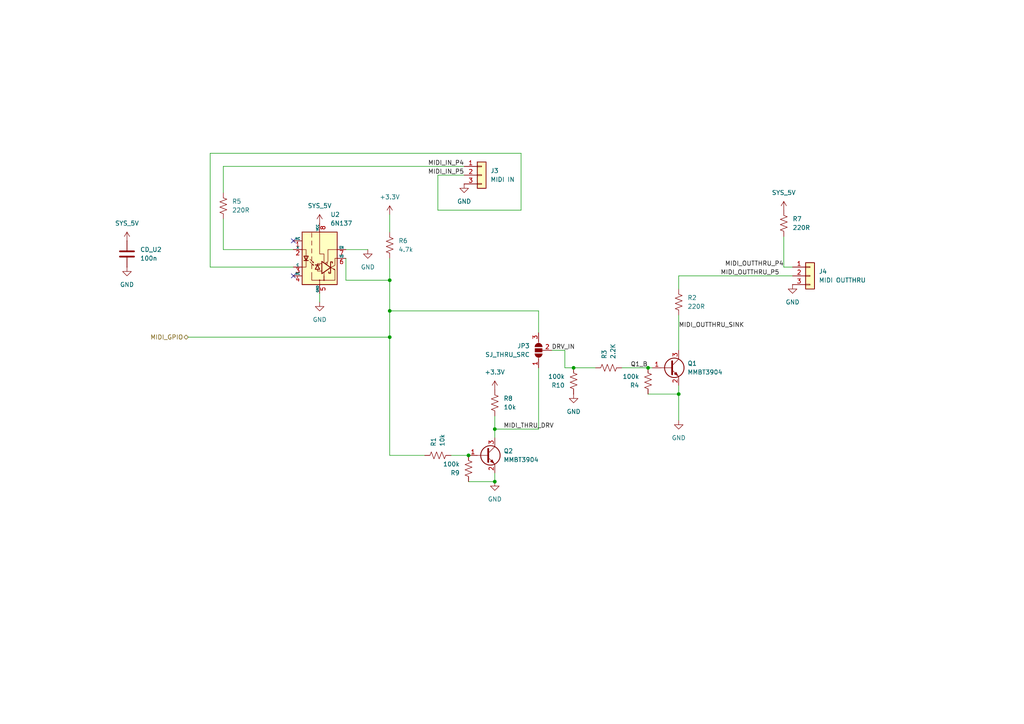
<source format=kicad_sch>
(kicad_sch
	(version 20250114)
	(generator "eeschema")
	(generator_version "9.0")
	(uuid "20eaa017-60bd-4f20-90b7-bb937819abef")
	(paper "A4")
	(lib_symbols
		(symbol "Connector_Generic:Conn_01x03"
			(pin_names
				(offset 1.016)
				(hide yes)
			)
			(exclude_from_sim no)
			(in_bom yes)
			(on_board yes)
			(property "Reference" "J"
				(at 0 5.08 0)
				(effects
					(font
						(size 1.27 1.27)
					)
				)
			)
			(property "Value" "Conn_01x03"
				(at 0 -5.08 0)
				(effects
					(font
						(size 1.27 1.27)
					)
				)
			)
			(property "Footprint" ""
				(at 0 0 0)
				(effects
					(font
						(size 1.27 1.27)
					)
					(hide yes)
				)
			)
			(property "Datasheet" "~"
				(at 0 0 0)
				(effects
					(font
						(size 1.27 1.27)
					)
					(hide yes)
				)
			)
			(property "Description" "Generic connector, single row, 01x03, script generated (kicad-library-utils/schlib/autogen/connector/)"
				(at 0 0 0)
				(effects
					(font
						(size 1.27 1.27)
					)
					(hide yes)
				)
			)
			(property "ki_keywords" "connector"
				(at 0 0 0)
				(effects
					(font
						(size 1.27 1.27)
					)
					(hide yes)
				)
			)
			(property "ki_fp_filters" "Connector*:*_1x??_*"
				(at 0 0 0)
				(effects
					(font
						(size 1.27 1.27)
					)
					(hide yes)
				)
			)
			(symbol "Conn_01x03_1_1"
				(rectangle
					(start -1.27 3.81)
					(end 1.27 -3.81)
					(stroke
						(width 0.254)
						(type default)
					)
					(fill
						(type background)
					)
				)
				(rectangle
					(start -1.27 2.667)
					(end 0 2.413)
					(stroke
						(width 0.1524)
						(type default)
					)
					(fill
						(type none)
					)
				)
				(rectangle
					(start -1.27 0.127)
					(end 0 -0.127)
					(stroke
						(width 0.1524)
						(type default)
					)
					(fill
						(type none)
					)
				)
				(rectangle
					(start -1.27 -2.413)
					(end 0 -2.667)
					(stroke
						(width 0.1524)
						(type default)
					)
					(fill
						(type none)
					)
				)
				(pin passive line
					(at -5.08 2.54 0)
					(length 3.81)
					(name "Pin_1"
						(effects
							(font
								(size 1.27 1.27)
							)
						)
					)
					(number "1"
						(effects
							(font
								(size 1.27 1.27)
							)
						)
					)
				)
				(pin passive line
					(at -5.08 0 0)
					(length 3.81)
					(name "Pin_2"
						(effects
							(font
								(size 1.27 1.27)
							)
						)
					)
					(number "2"
						(effects
							(font
								(size 1.27 1.27)
							)
						)
					)
				)
				(pin passive line
					(at -5.08 -2.54 0)
					(length 3.81)
					(name "Pin_3"
						(effects
							(font
								(size 1.27 1.27)
							)
						)
					)
					(number "3"
						(effects
							(font
								(size 1.27 1.27)
							)
						)
					)
				)
			)
			(embedded_fonts no)
		)
		(symbol "Device:C"
			(pin_numbers
				(hide yes)
			)
			(pin_names
				(offset 0.254)
			)
			(exclude_from_sim no)
			(in_bom yes)
			(on_board yes)
			(property "Reference" "C"
				(at 0.635 2.54 0)
				(effects
					(font
						(size 1.27 1.27)
					)
					(justify left)
				)
			)
			(property "Value" "C"
				(at 0.635 -2.54 0)
				(effects
					(font
						(size 1.27 1.27)
					)
					(justify left)
				)
			)
			(property "Footprint" ""
				(at 0.9652 -3.81 0)
				(effects
					(font
						(size 1.27 1.27)
					)
					(hide yes)
				)
			)
			(property "Datasheet" "~"
				(at 0 0 0)
				(effects
					(font
						(size 1.27 1.27)
					)
					(hide yes)
				)
			)
			(property "Description" "Unpolarized capacitor"
				(at 0 0 0)
				(effects
					(font
						(size 1.27 1.27)
					)
					(hide yes)
				)
			)
			(property "ki_keywords" "cap capacitor"
				(at 0 0 0)
				(effects
					(font
						(size 1.27 1.27)
					)
					(hide yes)
				)
			)
			(property "ki_fp_filters" "C_*"
				(at 0 0 0)
				(effects
					(font
						(size 1.27 1.27)
					)
					(hide yes)
				)
			)
			(symbol "C_0_1"
				(polyline
					(pts
						(xy -2.032 0.762) (xy 2.032 0.762)
					)
					(stroke
						(width 0.508)
						(type default)
					)
					(fill
						(type none)
					)
				)
				(polyline
					(pts
						(xy -2.032 -0.762) (xy 2.032 -0.762)
					)
					(stroke
						(width 0.508)
						(type default)
					)
					(fill
						(type none)
					)
				)
			)
			(symbol "C_1_1"
				(pin passive line
					(at 0 3.81 270)
					(length 2.794)
					(name "~"
						(effects
							(font
								(size 1.27 1.27)
							)
						)
					)
					(number "1"
						(effects
							(font
								(size 1.27 1.27)
							)
						)
					)
				)
				(pin passive line
					(at 0 -3.81 90)
					(length 2.794)
					(name "~"
						(effects
							(font
								(size 1.27 1.27)
							)
						)
					)
					(number "2"
						(effects
							(font
								(size 1.27 1.27)
							)
						)
					)
				)
			)
			(embedded_fonts no)
		)
		(symbol "Device:R_US"
			(pin_numbers
				(hide yes)
			)
			(pin_names
				(offset 0)
			)
			(exclude_from_sim no)
			(in_bom yes)
			(on_board yes)
			(property "Reference" "R"
				(at 2.54 0 90)
				(effects
					(font
						(size 1.27 1.27)
					)
				)
			)
			(property "Value" "R_US"
				(at -2.54 0 90)
				(effects
					(font
						(size 1.27 1.27)
					)
				)
			)
			(property "Footprint" ""
				(at 1.016 -0.254 90)
				(effects
					(font
						(size 1.27 1.27)
					)
					(hide yes)
				)
			)
			(property "Datasheet" "~"
				(at 0 0 0)
				(effects
					(font
						(size 1.27 1.27)
					)
					(hide yes)
				)
			)
			(property "Description" "Resistor, US symbol"
				(at 0 0 0)
				(effects
					(font
						(size 1.27 1.27)
					)
					(hide yes)
				)
			)
			(property "ki_keywords" "R res resistor"
				(at 0 0 0)
				(effects
					(font
						(size 1.27 1.27)
					)
					(hide yes)
				)
			)
			(property "ki_fp_filters" "R_*"
				(at 0 0 0)
				(effects
					(font
						(size 1.27 1.27)
					)
					(hide yes)
				)
			)
			(symbol "R_US_0_1"
				(polyline
					(pts
						(xy 0 2.286) (xy 0 2.54)
					)
					(stroke
						(width 0)
						(type default)
					)
					(fill
						(type none)
					)
				)
				(polyline
					(pts
						(xy 0 2.286) (xy 1.016 1.905) (xy 0 1.524) (xy -1.016 1.143) (xy 0 0.762)
					)
					(stroke
						(width 0)
						(type default)
					)
					(fill
						(type none)
					)
				)
				(polyline
					(pts
						(xy 0 0.762) (xy 1.016 0.381) (xy 0 0) (xy -1.016 -0.381) (xy 0 -0.762)
					)
					(stroke
						(width 0)
						(type default)
					)
					(fill
						(type none)
					)
				)
				(polyline
					(pts
						(xy 0 -0.762) (xy 1.016 -1.143) (xy 0 -1.524) (xy -1.016 -1.905) (xy 0 -2.286)
					)
					(stroke
						(width 0)
						(type default)
					)
					(fill
						(type none)
					)
				)
				(polyline
					(pts
						(xy 0 -2.286) (xy 0 -2.54)
					)
					(stroke
						(width 0)
						(type default)
					)
					(fill
						(type none)
					)
				)
			)
			(symbol "R_US_1_1"
				(pin passive line
					(at 0 3.81 270)
					(length 1.27)
					(name "~"
						(effects
							(font
								(size 1.27 1.27)
							)
						)
					)
					(number "1"
						(effects
							(font
								(size 1.27 1.27)
							)
						)
					)
				)
				(pin passive line
					(at 0 -3.81 90)
					(length 1.27)
					(name "~"
						(effects
							(font
								(size 1.27 1.27)
							)
						)
					)
					(number "2"
						(effects
							(font
								(size 1.27 1.27)
							)
						)
					)
				)
			)
			(embedded_fonts no)
		)
		(symbol "Isolator:6N137"
			(pin_names
				(offset 0)
			)
			(exclude_from_sim no)
			(in_bom yes)
			(on_board yes)
			(property "Reference" "U"
				(at -4.064 8.89 0)
				(effects
					(font
						(size 1.27 1.27)
					)
				)
			)
			(property "Value" "6N137"
				(at 0 -8.89 0)
				(effects
					(font
						(size 1.27 1.27)
					)
				)
			)
			(property "Footprint" "Package_DIP:DIP-8_W7.62mm"
				(at 0 -12.7 0)
				(effects
					(font
						(size 1.27 1.27)
					)
					(hide yes)
				)
			)
			(property "Datasheet" "https://docs.broadcom.com/docs/AV02-0940EN"
				(at -21.59 13.97 0)
				(effects
					(font
						(size 1.27 1.27)
					)
					(hide yes)
				)
			)
			(property "Description" "Single High Speed LSTTL/TTL Compatible Optocoupler with enable, dV/dt 1000/us, VCM 10, max 7V VCC, DIP-8"
				(at 0 0 0)
				(effects
					(font
						(size 1.27 1.27)
					)
					(hide yes)
				)
			)
			(property "ki_keywords" "High speed optically coupled gates enable"
				(at 0 0 0)
				(effects
					(font
						(size 1.27 1.27)
					)
					(hide yes)
				)
			)
			(property "ki_fp_filters" "DIP*W7.62mm*"
				(at 0 0 0)
				(effects
					(font
						(size 1.27 1.27)
					)
					(hide yes)
				)
			)
			(symbol "6N137_0_1"
				(polyline
					(pts
						(xy -5.08 -2.54) (xy -3.937 -2.54) (xy -3.937 2.54) (xy -5.08 2.54)
					)
					(stroke
						(width 0)
						(type default)
					)
					(fill
						(type none)
					)
				)
				(polyline
					(pts
						(xy -2.794 -0.254) (xy -1.717 -1.331) (xy -2.076 -1.152) (xy -1.896 -0.972) (xy -1.717 -1.331)
					)
					(stroke
						(width 0)
						(type default)
					)
					(fill
						(type none)
					)
				)
				(polyline
					(pts
						(xy -2.794 -1.016) (xy -1.717 -2.093) (xy -2.076 -1.914) (xy -1.896 -1.734) (xy -1.717 -2.093)
					)
					(stroke
						(width 0)
						(type default)
					)
					(fill
						(type none)
					)
				)
				(polyline
					(pts
						(xy 0 -6.35) (xy -2.286 -6.35) (xy -2.286 -4.064)
					)
					(stroke
						(width 0)
						(type default)
					)
					(fill
						(type none)
					)
				)
				(polyline
					(pts
						(xy 1.27 -5.08) (xy 1.27 -6.35) (xy 0 -6.35) (xy 0 -7.62)
					)
					(stroke
						(width 0)
						(type default)
					)
					(fill
						(type none)
					)
				)
				(polyline
					(pts
						(xy 3.175 -2.667) (xy 0.635 -4.445) (xy 0.635 -0.889) (xy 3.175 -2.667)
					)
					(stroke
						(width 0.254)
						(type default)
					)
					(fill
						(type none)
					)
				)
			)
			(symbol "6N137_1_1"
				(rectangle
					(start -5.08 7.62)
					(end 5.08 -7.62)
					(stroke
						(width 0.254)
						(type default)
					)
					(fill
						(type background)
					)
				)
				(polyline
					(pts
						(xy -4.572 -0.635) (xy -3.302 -0.635)
					)
					(stroke
						(width 0.254)
						(type default)
					)
					(fill
						(type none)
					)
				)
				(polyline
					(pts
						(xy -3.937 -0.635) (xy -4.572 0.635) (xy -3.302 0.635) (xy -3.937 -0.635)
					)
					(stroke
						(width 0.254)
						(type default)
					)
					(fill
						(type none)
					)
				)
				(polyline
					(pts
						(xy -2.286 7.366) (xy -2.286 6.096)
					)
					(stroke
						(width 0)
						(type default)
					)
					(fill
						(type none)
					)
				)
				(polyline
					(pts
						(xy -2.286 5.08) (xy -2.286 3.81)
					)
					(stroke
						(width 0)
						(type default)
					)
					(fill
						(type none)
					)
				)
				(polyline
					(pts
						(xy -2.286 2.794) (xy -2.286 1.524)
					)
					(stroke
						(width 0)
						(type default)
					)
					(fill
						(type none)
					)
				)
				(polyline
					(pts
						(xy -2.286 0.508) (xy -2.286 -0.762)
					)
					(stroke
						(width 0)
						(type default)
					)
					(fill
						(type none)
					)
				)
				(polyline
					(pts
						(xy -2.286 -1.778) (xy -2.286 -3.048)
					)
					(stroke
						(width 0)
						(type default)
					)
					(fill
						(type none)
					)
				)
				(polyline
					(pts
						(xy -1.27 -1.905) (xy 0 -1.905)
					)
					(stroke
						(width 0.254)
						(type default)
					)
					(fill
						(type none)
					)
				)
				(polyline
					(pts
						(xy -0.635 -1.905) (xy -0.635 -1.524) (xy 0.508 -1.524)
					)
					(stroke
						(width 0)
						(type default)
					)
					(fill
						(type none)
					)
				)
				(polyline
					(pts
						(xy -0.635 -1.905) (xy -1.27 -3.175) (xy 0 -3.175) (xy -0.635 -1.905)
					)
					(stroke
						(width 0.254)
						(type default)
					)
					(fill
						(type none)
					)
				)
				(polyline
					(pts
						(xy -0.635 -3.302) (xy -0.635 -3.683) (xy 0.635 -3.683)
					)
					(stroke
						(width 0)
						(type default)
					)
					(fill
						(type none)
					)
				)
				(circle
					(center 0 -6.35)
					(radius 0.127)
					(stroke
						(width 0)
						(type default)
					)
					(fill
						(type outline)
					)
				)
				(polyline
					(pts
						(xy 1.27 -1.27) (xy 1.27 1.27) (xy 0 1.27) (xy 0 7.62)
					)
					(stroke
						(width 0)
						(type default)
					)
					(fill
						(type none)
					)
				)
				(polyline
					(pts
						(xy 1.27 -4.064) (xy 1.27 -6.35) (xy 4.445 -6.35)
					)
					(stroke
						(width 0)
						(type default)
					)
					(fill
						(type none)
					)
				)
				(circle
					(center 1.27 -6.35)
					(radius 0.127)
					(stroke
						(width 0)
						(type default)
					)
					(fill
						(type outline)
					)
				)
				(circle
					(center 2.032 -1.397)
					(radius 0.254)
					(stroke
						(width 0)
						(type default)
					)
					(fill
						(type none)
					)
				)
				(polyline
					(pts
						(xy 2.1844 -1.1684) (xy 2.413 -0.889) (xy 2.413 2.54) (xy 5.08 2.54)
					)
					(stroke
						(width 0)
						(type default)
					)
					(fill
						(type none)
					)
				)
				(polyline
					(pts
						(xy 3.175 -2.667) (xy 4.445 -3.302) (xy 4.445 -6.35)
					)
					(stroke
						(width 0)
						(type default)
					)
					(fill
						(type none)
					)
				)
				(polyline
					(pts
						(xy 3.175 -2.667) (xy 3.175 -1.016) (xy 3.683 -1.016) (xy 3.683 -1.397)
					)
					(stroke
						(width 0.254)
						(type default)
					)
					(fill
						(type none)
					)
				)
				(polyline
					(pts
						(xy 3.175 -2.667) (xy 3.175 -4.318) (xy 2.667 -4.318) (xy 2.667 -3.937)
					)
					(stroke
						(width 0.254)
						(type default)
					)
					(fill
						(type none)
					)
				)
				(polyline
					(pts
						(xy 3.175 -2.667) (xy 4.445 -2.032) (xy 4.445 0) (xy 5.08 0)
					)
					(stroke
						(width 0)
						(type default)
					)
					(fill
						(type none)
					)
				)
				(polyline
					(pts
						(xy 4.445 -3.302) (xy 4.161 -3.018) (xy 4.047 -3.246) (xy 4.445 -3.302)
					)
					(stroke
						(width 0.127)
						(type default)
					)
					(fill
						(type outline)
					)
				)
				(pin passive line
					(at -7.62 5.08 0)
					(length 2.54)
					(name "NC"
						(effects
							(font
								(size 0.635 0.635)
							)
						)
					)
					(number "1"
						(effects
							(font
								(size 1.27 1.27)
							)
						)
					)
				)
				(pin passive line
					(at -7.62 2.54 0)
					(length 2.54)
					(name "A"
						(effects
							(font
								(size 0.635 0.635)
							)
						)
					)
					(number "2"
						(effects
							(font
								(size 1.27 1.27)
							)
						)
					)
				)
				(pin passive line
					(at -7.62 -2.54 0)
					(length 2.54)
					(name "C"
						(effects
							(font
								(size 0.635 0.635)
							)
						)
					)
					(number "3"
						(effects
							(font
								(size 1.27 1.27)
							)
						)
					)
				)
				(pin passive line
					(at -7.62 -5.08 0)
					(length 2.54)
					(name "NC"
						(effects
							(font
								(size 0.635 0.635)
							)
						)
					)
					(number "4"
						(effects
							(font
								(size 1.27 1.27)
							)
						)
					)
				)
				(pin power_in line
					(at 0 10.16 270)
					(length 2.54)
					(name "VCC"
						(effects
							(font
								(size 0.635 0.635)
							)
						)
					)
					(number "8"
						(effects
							(font
								(size 1.27 1.27)
							)
						)
					)
				)
				(pin power_in line
					(at 0 -10.16 90)
					(length 2.54)
					(name "GND"
						(effects
							(font
								(size 0.635 0.635)
							)
						)
					)
					(number "5"
						(effects
							(font
								(size 1.27 1.27)
							)
						)
					)
				)
				(pin input line
					(at 7.62 2.54 180)
					(length 2.54)
					(name "EN"
						(effects
							(font
								(size 0.635 0.635)
							)
						)
					)
					(number "7"
						(effects
							(font
								(size 1.27 1.27)
							)
						)
					)
				)
				(pin open_collector line
					(at 7.62 0 180)
					(length 2.54)
					(name "VO"
						(effects
							(font
								(size 0.635 0.635)
							)
						)
					)
					(number "6"
						(effects
							(font
								(size 1.27 1.27)
							)
						)
					)
				)
			)
			(embedded_fonts no)
		)
		(symbol "Jumper:SolderJumper_3_Open"
			(pin_names
				(offset 0)
				(hide yes)
			)
			(exclude_from_sim no)
			(in_bom no)
			(on_board yes)
			(property "Reference" "JP"
				(at -2.54 -2.54 0)
				(effects
					(font
						(size 1.27 1.27)
					)
				)
			)
			(property "Value" "SolderJumper_3_Open"
				(at 0 2.794 0)
				(effects
					(font
						(size 1.27 1.27)
					)
				)
			)
			(property "Footprint" ""
				(at 0 0 0)
				(effects
					(font
						(size 1.27 1.27)
					)
					(hide yes)
				)
			)
			(property "Datasheet" "~"
				(at 0 0 0)
				(effects
					(font
						(size 1.27 1.27)
					)
					(hide yes)
				)
			)
			(property "Description" "Solder Jumper, 3-pole, open"
				(at 0 0 0)
				(effects
					(font
						(size 1.27 1.27)
					)
					(hide yes)
				)
			)
			(property "ki_keywords" "Solder Jumper SPDT"
				(at 0 0 0)
				(effects
					(font
						(size 1.27 1.27)
					)
					(hide yes)
				)
			)
			(property "ki_fp_filters" "SolderJumper*Open*"
				(at 0 0 0)
				(effects
					(font
						(size 1.27 1.27)
					)
					(hide yes)
				)
			)
			(symbol "SolderJumper_3_Open_0_1"
				(polyline
					(pts
						(xy -2.54 0) (xy -2.032 0)
					)
					(stroke
						(width 0)
						(type default)
					)
					(fill
						(type none)
					)
				)
				(polyline
					(pts
						(xy -1.016 1.016) (xy -1.016 -1.016)
					)
					(stroke
						(width 0)
						(type default)
					)
					(fill
						(type none)
					)
				)
				(arc
					(start -1.016 -1.016)
					(mid -2.0276 0)
					(end -1.016 1.016)
					(stroke
						(width 0)
						(type default)
					)
					(fill
						(type none)
					)
				)
				(arc
					(start -1.016 -1.016)
					(mid -2.0276 0)
					(end -1.016 1.016)
					(stroke
						(width 0)
						(type default)
					)
					(fill
						(type outline)
					)
				)
				(rectangle
					(start -0.508 1.016)
					(end 0.508 -1.016)
					(stroke
						(width 0)
						(type default)
					)
					(fill
						(type outline)
					)
				)
				(polyline
					(pts
						(xy 0 -1.27) (xy 0 -1.016)
					)
					(stroke
						(width 0)
						(type default)
					)
					(fill
						(type none)
					)
				)
				(arc
					(start 1.016 1.016)
					(mid 2.0276 0)
					(end 1.016 -1.016)
					(stroke
						(width 0)
						(type default)
					)
					(fill
						(type none)
					)
				)
				(arc
					(start 1.016 1.016)
					(mid 2.0276 0)
					(end 1.016 -1.016)
					(stroke
						(width 0)
						(type default)
					)
					(fill
						(type outline)
					)
				)
				(polyline
					(pts
						(xy 1.016 1.016) (xy 1.016 -1.016)
					)
					(stroke
						(width 0)
						(type default)
					)
					(fill
						(type none)
					)
				)
				(polyline
					(pts
						(xy 2.54 0) (xy 2.032 0)
					)
					(stroke
						(width 0)
						(type default)
					)
					(fill
						(type none)
					)
				)
			)
			(symbol "SolderJumper_3_Open_1_1"
				(pin passive line
					(at -5.08 0 0)
					(length 2.54)
					(name "A"
						(effects
							(font
								(size 1.27 1.27)
							)
						)
					)
					(number "1"
						(effects
							(font
								(size 1.27 1.27)
							)
						)
					)
				)
				(pin passive line
					(at 0 -3.81 90)
					(length 2.54)
					(name "C"
						(effects
							(font
								(size 1.27 1.27)
							)
						)
					)
					(number "2"
						(effects
							(font
								(size 1.27 1.27)
							)
						)
					)
				)
				(pin passive line
					(at 5.08 0 180)
					(length 2.54)
					(name "B"
						(effects
							(font
								(size 1.27 1.27)
							)
						)
					)
					(number "3"
						(effects
							(font
								(size 1.27 1.27)
							)
						)
					)
				)
			)
			(embedded_fonts no)
		)
		(symbol "Transistor_BJT:MMBT3904"
			(pin_names
				(offset 0)
				(hide yes)
			)
			(exclude_from_sim no)
			(in_bom yes)
			(on_board yes)
			(property "Reference" "Q"
				(at 5.08 1.905 0)
				(effects
					(font
						(size 1.27 1.27)
					)
					(justify left)
				)
			)
			(property "Value" "MMBT3904"
				(at 5.08 0 0)
				(effects
					(font
						(size 1.27 1.27)
					)
					(justify left)
				)
			)
			(property "Footprint" "Package_TO_SOT_SMD:SOT-23"
				(at 5.08 -1.905 0)
				(effects
					(font
						(size 1.27 1.27)
						(italic yes)
					)
					(justify left)
					(hide yes)
				)
			)
			(property "Datasheet" "https://www.onsemi.com/pdf/datasheet/pzt3904-d.pdf"
				(at 0 0 0)
				(effects
					(font
						(size 1.27 1.27)
					)
					(justify left)
					(hide yes)
				)
			)
			(property "Description" "0.2A Ic, 40V Vce, Small Signal NPN Transistor, SOT-23"
				(at 0 0 0)
				(effects
					(font
						(size 1.27 1.27)
					)
					(hide yes)
				)
			)
			(property "ki_keywords" "NPN Transistor"
				(at 0 0 0)
				(effects
					(font
						(size 1.27 1.27)
					)
					(hide yes)
				)
			)
			(property "ki_fp_filters" "SOT?23*"
				(at 0 0 0)
				(effects
					(font
						(size 1.27 1.27)
					)
					(hide yes)
				)
			)
			(symbol "MMBT3904_0_1"
				(polyline
					(pts
						(xy -2.54 0) (xy 0.635 0)
					)
					(stroke
						(width 0)
						(type default)
					)
					(fill
						(type none)
					)
				)
				(polyline
					(pts
						(xy 0.635 1.905) (xy 0.635 -1.905)
					)
					(stroke
						(width 0.508)
						(type default)
					)
					(fill
						(type none)
					)
				)
				(circle
					(center 1.27 0)
					(radius 2.8194)
					(stroke
						(width 0.254)
						(type default)
					)
					(fill
						(type none)
					)
				)
			)
			(symbol "MMBT3904_1_1"
				(polyline
					(pts
						(xy 0.635 0.635) (xy 2.54 2.54)
					)
					(stroke
						(width 0)
						(type default)
					)
					(fill
						(type none)
					)
				)
				(polyline
					(pts
						(xy 0.635 -0.635) (xy 2.54 -2.54)
					)
					(stroke
						(width 0)
						(type default)
					)
					(fill
						(type none)
					)
				)
				(polyline
					(pts
						(xy 1.27 -1.778) (xy 1.778 -1.27) (xy 2.286 -2.286) (xy 1.27 -1.778)
					)
					(stroke
						(width 0)
						(type default)
					)
					(fill
						(type outline)
					)
				)
				(pin input line
					(at -5.08 0 0)
					(length 2.54)
					(name "B"
						(effects
							(font
								(size 1.27 1.27)
							)
						)
					)
					(number "1"
						(effects
							(font
								(size 1.27 1.27)
							)
						)
					)
				)
				(pin passive line
					(at 2.54 5.08 270)
					(length 2.54)
					(name "C"
						(effects
							(font
								(size 1.27 1.27)
							)
						)
					)
					(number "3"
						(effects
							(font
								(size 1.27 1.27)
							)
						)
					)
				)
				(pin passive line
					(at 2.54 -5.08 90)
					(length 2.54)
					(name "E"
						(effects
							(font
								(size 1.27 1.27)
							)
						)
					)
					(number "2"
						(effects
							(font
								(size 1.27 1.27)
							)
						)
					)
				)
			)
			(embedded_fonts no)
		)
		(symbol "power:+3.3V"
			(power)
			(pin_numbers
				(hide yes)
			)
			(pin_names
				(offset 0)
				(hide yes)
			)
			(exclude_from_sim no)
			(in_bom yes)
			(on_board yes)
			(property "Reference" "#PWR"
				(at 0 -3.81 0)
				(effects
					(font
						(size 1.27 1.27)
					)
					(hide yes)
				)
			)
			(property "Value" "+3.3V"
				(at 0 3.556 0)
				(effects
					(font
						(size 1.27 1.27)
					)
				)
			)
			(property "Footprint" ""
				(at 0 0 0)
				(effects
					(font
						(size 1.27 1.27)
					)
					(hide yes)
				)
			)
			(property "Datasheet" ""
				(at 0 0 0)
				(effects
					(font
						(size 1.27 1.27)
					)
					(hide yes)
				)
			)
			(property "Description" "Power symbol creates a global label with name \"+3.3V\""
				(at 0 0 0)
				(effects
					(font
						(size 1.27 1.27)
					)
					(hide yes)
				)
			)
			(property "ki_keywords" "global power"
				(at 0 0 0)
				(effects
					(font
						(size 1.27 1.27)
					)
					(hide yes)
				)
			)
			(symbol "+3.3V_0_1"
				(polyline
					(pts
						(xy -0.762 1.27) (xy 0 2.54)
					)
					(stroke
						(width 0)
						(type default)
					)
					(fill
						(type none)
					)
				)
				(polyline
					(pts
						(xy 0 2.54) (xy 0.762 1.27)
					)
					(stroke
						(width 0)
						(type default)
					)
					(fill
						(type none)
					)
				)
				(polyline
					(pts
						(xy 0 0) (xy 0 2.54)
					)
					(stroke
						(width 0)
						(type default)
					)
					(fill
						(type none)
					)
				)
			)
			(symbol "+3.3V_1_1"
				(pin power_in line
					(at 0 0 90)
					(length 0)
					(name "~"
						(effects
							(font
								(size 1.27 1.27)
							)
						)
					)
					(number "1"
						(effects
							(font
								(size 1.27 1.27)
							)
						)
					)
				)
			)
			(embedded_fonts no)
		)
		(symbol "power:+5V"
			(power)
			(pin_numbers
				(hide yes)
			)
			(pin_names
				(offset 0)
				(hide yes)
			)
			(exclude_from_sim no)
			(in_bom yes)
			(on_board yes)
			(property "Reference" "#PWR"
				(at 0 -3.81 0)
				(effects
					(font
						(size 1.27 1.27)
					)
					(hide yes)
				)
			)
			(property "Value" "+5V"
				(at 0 3.556 0)
				(effects
					(font
						(size 1.27 1.27)
					)
				)
			)
			(property "Footprint" ""
				(at 0 0 0)
				(effects
					(font
						(size 1.27 1.27)
					)
					(hide yes)
				)
			)
			(property "Datasheet" ""
				(at 0 0 0)
				(effects
					(font
						(size 1.27 1.27)
					)
					(hide yes)
				)
			)
			(property "Description" "Power symbol creates a global label with name \"+5V\""
				(at 0 0 0)
				(effects
					(font
						(size 1.27 1.27)
					)
					(hide yes)
				)
			)
			(property "ki_keywords" "global power"
				(at 0 0 0)
				(effects
					(font
						(size 1.27 1.27)
					)
					(hide yes)
				)
			)
			(symbol "+5V_0_1"
				(polyline
					(pts
						(xy -0.762 1.27) (xy 0 2.54)
					)
					(stroke
						(width 0)
						(type default)
					)
					(fill
						(type none)
					)
				)
				(polyline
					(pts
						(xy 0 2.54) (xy 0.762 1.27)
					)
					(stroke
						(width 0)
						(type default)
					)
					(fill
						(type none)
					)
				)
				(polyline
					(pts
						(xy 0 0) (xy 0 2.54)
					)
					(stroke
						(width 0)
						(type default)
					)
					(fill
						(type none)
					)
				)
			)
			(symbol "+5V_1_1"
				(pin power_in line
					(at 0 0 90)
					(length 0)
					(name "~"
						(effects
							(font
								(size 1.27 1.27)
							)
						)
					)
					(number "1"
						(effects
							(font
								(size 1.27 1.27)
							)
						)
					)
				)
			)
			(embedded_fonts no)
		)
		(symbol "power:GND"
			(power)
			(pin_numbers
				(hide yes)
			)
			(pin_names
				(offset 0)
				(hide yes)
			)
			(exclude_from_sim no)
			(in_bom yes)
			(on_board yes)
			(property "Reference" "#PWR"
				(at 0 -6.35 0)
				(effects
					(font
						(size 1.27 1.27)
					)
					(hide yes)
				)
			)
			(property "Value" "GND"
				(at 0 -3.81 0)
				(effects
					(font
						(size 1.27 1.27)
					)
				)
			)
			(property "Footprint" ""
				(at 0 0 0)
				(effects
					(font
						(size 1.27 1.27)
					)
					(hide yes)
				)
			)
			(property "Datasheet" ""
				(at 0 0 0)
				(effects
					(font
						(size 1.27 1.27)
					)
					(hide yes)
				)
			)
			(property "Description" "Power symbol creates a global label with name \"GND\" , ground"
				(at 0 0 0)
				(effects
					(font
						(size 1.27 1.27)
					)
					(hide yes)
				)
			)
			(property "ki_keywords" "global power"
				(at 0 0 0)
				(effects
					(font
						(size 1.27 1.27)
					)
					(hide yes)
				)
			)
			(symbol "GND_0_1"
				(polyline
					(pts
						(xy 0 0) (xy 0 -1.27) (xy 1.27 -1.27) (xy 0 -2.54) (xy -1.27 -1.27) (xy 0 -1.27)
					)
					(stroke
						(width 0)
						(type default)
					)
					(fill
						(type none)
					)
				)
			)
			(symbol "GND_1_1"
				(pin power_in line
					(at 0 0 270)
					(length 0)
					(name "~"
						(effects
							(font
								(size 1.27 1.27)
							)
						)
					)
					(number "1"
						(effects
							(font
								(size 1.27 1.27)
							)
						)
					)
				)
			)
			(embedded_fonts no)
		)
	)
	(junction
		(at 166.37 106.68)
		(diameter 0)
		(color 0 0 0 0)
		(uuid "1fa9e2da-3249-40a4-804a-7260e58d2a1a")
	)
	(junction
		(at 143.51 139.7)
		(diameter 0)
		(color 0 0 0 0)
		(uuid "3f598423-f19b-4230-b854-072559618866")
	)
	(junction
		(at 196.85 114.3)
		(diameter 0)
		(color 0 0 0 0)
		(uuid "4246c668-f6cb-4679-8b57-94db7b87cf29")
	)
	(junction
		(at 143.51 124.46)
		(diameter 0)
		(color 0 0 0 0)
		(uuid "4ab1d274-9822-41cd-8c13-8b60d661acdb")
	)
	(junction
		(at 113.03 81.28)
		(diameter 0)
		(color 0 0 0 0)
		(uuid "ebee5f2b-7b1d-4fef-8e37-d36aaab67fed")
	)
	(junction
		(at 135.89 132.08)
		(diameter 0)
		(color 0 0 0 0)
		(uuid "ee12cf76-10e1-4201-a10e-e19e74c9cf6f")
	)
	(junction
		(at 113.03 90.17)
		(diameter 0)
		(color 0 0 0 0)
		(uuid "f1ff838d-60fd-4a97-a377-78aadb902a50")
	)
	(junction
		(at 113.03 97.79)
		(diameter 0)
		(color 0 0 0 0)
		(uuid "f7db9628-0fab-454d-8c53-4b6bb3757979")
	)
	(junction
		(at 187.96 106.68)
		(diameter 0)
		(color 0 0 0 0)
		(uuid "fbd4992c-a9ff-42db-903d-b268696c9ffb")
	)
	(no_connect
		(at 85.09 69.85)
		(uuid "9ffd5073-9964-41b0-9401-3c7caa47c857")
	)
	(no_connect
		(at 85.09 80.01)
		(uuid "c1448580-fb0b-4594-aae8-049a5a45c3f1")
	)
	(wire
		(pts
			(xy 113.03 90.17) (xy 156.21 90.17)
		)
		(stroke
			(width 0)
			(type default)
		)
		(uuid "00ad86aa-ea77-4277-8353-2225251ad8c3")
	)
	(wire
		(pts
			(xy 196.85 80.01) (xy 196.85 83.82)
		)
		(stroke
			(width 0)
			(type default)
		)
		(uuid "21e13190-ab74-49a7-9bd3-c89946ba2f7d")
	)
	(wire
		(pts
			(xy 113.03 62.23) (xy 113.03 67.31)
		)
		(stroke
			(width 0)
			(type default)
		)
		(uuid "2d429186-d5d7-4308-baca-637a817edd02")
	)
	(wire
		(pts
			(xy 64.77 55.88) (xy 64.77 48.26)
		)
		(stroke
			(width 0)
			(type default)
		)
		(uuid "33c4c99c-b3ac-4fef-8d23-70bcc1c55918")
	)
	(wire
		(pts
			(xy 143.51 124.46) (xy 156.21 124.46)
		)
		(stroke
			(width 0)
			(type default)
		)
		(uuid "35ddf79b-78dd-4fad-98a4-cbd8d8652e45")
	)
	(wire
		(pts
			(xy 227.33 68.58) (xy 227.33 77.47)
		)
		(stroke
			(width 0)
			(type default)
		)
		(uuid "36e8a2b3-faf9-4a56-bbda-6d1c2405b594")
	)
	(wire
		(pts
			(xy 151.13 60.96) (xy 127 60.96)
		)
		(stroke
			(width 0)
			(type default)
		)
		(uuid "387147a2-82f8-40e3-a2c5-bd3d35347b4b")
	)
	(wire
		(pts
			(xy 127 50.8) (xy 134.62 50.8)
		)
		(stroke
			(width 0)
			(type default)
		)
		(uuid "3c91736a-1239-499f-b92b-b90737193711")
	)
	(wire
		(pts
			(xy 113.03 97.79) (xy 54.61 97.79)
		)
		(stroke
			(width 0)
			(type default)
		)
		(uuid "4152f44d-d002-47a6-b88c-d27655c79cba")
	)
	(wire
		(pts
			(xy 113.03 132.08) (xy 123.19 132.08)
		)
		(stroke
			(width 0)
			(type default)
		)
		(uuid "4533b292-2c93-4727-a9f6-b3a646087da1")
	)
	(wire
		(pts
			(xy 64.77 63.5) (xy 64.77 72.39)
		)
		(stroke
			(width 0)
			(type default)
		)
		(uuid "4cae4e70-4d64-483a-8dfa-e61dae76fece")
	)
	(wire
		(pts
			(xy 60.96 77.47) (xy 60.96 44.45)
		)
		(stroke
			(width 0)
			(type default)
		)
		(uuid "53003c02-482f-4733-b1ca-f8a0e705446b")
	)
	(wire
		(pts
			(xy 180.34 106.68) (xy 187.96 106.68)
		)
		(stroke
			(width 0)
			(type default)
		)
		(uuid "555004f7-2d33-4c39-ade1-86158110b0c7")
	)
	(wire
		(pts
			(xy 113.03 90.17) (xy 113.03 97.79)
		)
		(stroke
			(width 0)
			(type default)
		)
		(uuid "56f724ca-b55d-4f4a-a796-3cd51a6f9ac8")
	)
	(wire
		(pts
			(xy 113.03 81.28) (xy 113.03 74.93)
		)
		(stroke
			(width 0)
			(type default)
		)
		(uuid "5a1d9bbb-8c47-4770-b490-b3ffe7b854c0")
	)
	(wire
		(pts
			(xy 100.33 72.39) (xy 106.68 72.39)
		)
		(stroke
			(width 0)
			(type default)
		)
		(uuid "5c77f470-d1a0-45a9-82ef-ea1aa3de394e")
	)
	(wire
		(pts
			(xy 163.83 106.68) (xy 166.37 106.68)
		)
		(stroke
			(width 0)
			(type default)
		)
		(uuid "5cd5acdf-c4b6-4b03-8aa6-50d5c5a3df95")
	)
	(wire
		(pts
			(xy 135.89 139.7) (xy 143.51 139.7)
		)
		(stroke
			(width 0)
			(type default)
		)
		(uuid "60bbca58-3b63-4d56-98e7-a715a9885862")
	)
	(wire
		(pts
			(xy 143.51 124.46) (xy 143.51 127)
		)
		(stroke
			(width 0)
			(type default)
		)
		(uuid "62bf1b79-a2ff-41f0-9e37-f03551a8c93f")
	)
	(wire
		(pts
			(xy 60.96 77.47) (xy 85.09 77.47)
		)
		(stroke
			(width 0)
			(type default)
		)
		(uuid "6ba0ccc6-ef81-446b-b35c-31b6152c9206")
	)
	(wire
		(pts
			(xy 151.13 44.45) (xy 151.13 60.96)
		)
		(stroke
			(width 0)
			(type default)
		)
		(uuid "7a208e13-0c0c-43ff-9065-5bd5ef9cf49f")
	)
	(wire
		(pts
			(xy 64.77 48.26) (xy 134.62 48.26)
		)
		(stroke
			(width 0)
			(type default)
		)
		(uuid "89ae301a-9a15-4831-b587-ac648025ade4")
	)
	(wire
		(pts
			(xy 143.51 139.7) (xy 143.51 137.16)
		)
		(stroke
			(width 0)
			(type default)
		)
		(uuid "90047066-2c7b-41ff-9a0a-2b2618b1a2be")
	)
	(wire
		(pts
			(xy 196.85 114.3) (xy 196.85 111.76)
		)
		(stroke
			(width 0)
			(type default)
		)
		(uuid "9080fe21-41ad-4468-8385-13a5d5aa4ba2")
	)
	(wire
		(pts
			(xy 130.81 132.08) (xy 135.89 132.08)
		)
		(stroke
			(width 0)
			(type default)
		)
		(uuid "94792c07-5adc-4cfa-a92b-921e6764b03e")
	)
	(wire
		(pts
			(xy 113.03 97.79) (xy 113.03 132.08)
		)
		(stroke
			(width 0)
			(type default)
		)
		(uuid "9802152a-3c24-45ee-adc6-44c6e73997ab")
	)
	(wire
		(pts
			(xy 143.51 120.65) (xy 143.51 124.46)
		)
		(stroke
			(width 0)
			(type default)
		)
		(uuid "9e621ee7-4122-4444-8550-fe684aac4ad1")
	)
	(wire
		(pts
			(xy 156.21 90.17) (xy 156.21 96.52)
		)
		(stroke
			(width 0)
			(type default)
		)
		(uuid "a2165ea2-77be-437c-b1de-d21bea2eef0b")
	)
	(wire
		(pts
			(xy 187.96 106.68) (xy 189.23 106.68)
		)
		(stroke
			(width 0)
			(type default)
		)
		(uuid "a98fa1c3-ea3b-458b-9022-af10d8a0b572")
	)
	(wire
		(pts
			(xy 156.21 106.68) (xy 156.21 124.46)
		)
		(stroke
			(width 0)
			(type default)
		)
		(uuid "aaef8e8a-9f9f-46b5-a567-f54375467e9d")
	)
	(wire
		(pts
			(xy 196.85 121.92) (xy 196.85 114.3)
		)
		(stroke
			(width 0)
			(type default)
		)
		(uuid "b2554aef-120d-4798-829f-5b4ff2d0c2ce")
	)
	(wire
		(pts
			(xy 100.33 81.28) (xy 113.03 81.28)
		)
		(stroke
			(width 0)
			(type default)
		)
		(uuid "b4490a2a-03b6-4843-be1e-9786933eb60c")
	)
	(wire
		(pts
			(xy 166.37 106.68) (xy 172.72 106.68)
		)
		(stroke
			(width 0)
			(type default)
		)
		(uuid "b556d91b-49af-491f-bba3-afcb6c29b746")
	)
	(wire
		(pts
			(xy 163.83 101.6) (xy 160.02 101.6)
		)
		(stroke
			(width 0)
			(type default)
		)
		(uuid "b9dc7d4f-5db9-42a1-b3c6-4652002d50db")
	)
	(wire
		(pts
			(xy 60.96 44.45) (xy 151.13 44.45)
		)
		(stroke
			(width 0)
			(type default)
		)
		(uuid "bd25343d-6d4f-4f27-96e5-ac345db54a42")
	)
	(wire
		(pts
			(xy 127 50.8) (xy 127 60.96)
		)
		(stroke
			(width 0)
			(type default)
		)
		(uuid "c2fb2e18-d4ba-4a19-8027-88b38271785a")
	)
	(wire
		(pts
			(xy 113.03 81.28) (xy 113.03 90.17)
		)
		(stroke
			(width 0)
			(type default)
		)
		(uuid "d01992a6-3e81-4bb4-bd1a-43b429cf0c6f")
	)
	(wire
		(pts
			(xy 64.77 72.39) (xy 85.09 72.39)
		)
		(stroke
			(width 0)
			(type default)
		)
		(uuid "d2daa836-4e75-455c-9a4d-2495745bfbef")
	)
	(wire
		(pts
			(xy 196.85 91.44) (xy 196.85 101.6)
		)
		(stroke
			(width 0)
			(type default)
		)
		(uuid "dfb6a066-7436-4410-9f58-125a5e42e8e1")
	)
	(wire
		(pts
			(xy 92.71 87.63) (xy 92.71 85.09)
		)
		(stroke
			(width 0)
			(type default)
		)
		(uuid "e127b088-cda7-40ee-93dc-60f6a0c4e76c")
	)
	(wire
		(pts
			(xy 196.85 80.01) (xy 229.87 80.01)
		)
		(stroke
			(width 0)
			(type default)
		)
		(uuid "e6aa2b16-15e1-4ec0-8386-4c3d41beb81f")
	)
	(wire
		(pts
			(xy 163.83 106.68) (xy 163.83 101.6)
		)
		(stroke
			(width 0)
			(type default)
		)
		(uuid "e9219407-ddaf-4f4d-b2be-a70bcd88db16")
	)
	(wire
		(pts
			(xy 227.33 77.47) (xy 229.87 77.47)
		)
		(stroke
			(width 0)
			(type default)
		)
		(uuid "ec64c6bc-e7c7-41ba-8d5e-9f9b173b069a")
	)
	(wire
		(pts
			(xy 100.33 81.28) (xy 100.33 74.93)
		)
		(stroke
			(width 0)
			(type default)
		)
		(uuid "ed3cfbd9-94ab-452f-a63e-5ab46988a923")
	)
	(wire
		(pts
			(xy 187.96 114.3) (xy 196.85 114.3)
		)
		(stroke
			(width 0)
			(type default)
		)
		(uuid "f290118a-47a9-44b5-8b37-884307fe997b")
	)
	(label "MIDI_THRU_DRV"
		(at 146.05 124.46 0)
		(effects
			(font
				(size 1.27 1.27)
			)
			(justify left bottom)
		)
		(uuid "0c629593-3f62-4499-a9e1-3a60f1c6e6d9")
	)
	(label "MIDI_OUTTHRU_P4"
		(at 227.33 77.47 180)
		(effects
			(font
				(size 1.27 1.27)
			)
			(justify right bottom)
		)
		(uuid "40f6ab8a-7ec1-4bc0-8831-d09e7bc3498e")
	)
	(label "MIDI_IN_P4"
		(at 134.62 48.26 180)
		(effects
			(font
				(size 1.27 1.27)
			)
			(justify right bottom)
		)
		(uuid "7c2cd29c-6b72-4e1e-8914-0de38573901a")
	)
	(label "MIDI_OUTTHRU_SINK"
		(at 196.85 95.25 0)
		(effects
			(font
				(size 1.27 1.27)
			)
			(justify left bottom)
		)
		(uuid "868e1acf-2611-43ed-912f-ccf83e3f3437")
	)
	(label "MIDI_IN_P5"
		(at 134.62 50.8 180)
		(effects
			(font
				(size 1.27 1.27)
			)
			(justify right bottom)
		)
		(uuid "92c7c4bc-e428-474c-969e-49eab5e4bd2c")
	)
	(label "DRV_IN"
		(at 160.02 101.6 0)
		(effects
			(font
				(size 1.27 1.27)
			)
			(justify left bottom)
		)
		(uuid "93078dc7-b17a-4e91-a8dd-2b0bc738e591")
	)
	(label "Q1_B"
		(at 182.88 106.68 0)
		(effects
			(font
				(size 1.27 1.27)
			)
			(justify left bottom)
		)
		(uuid "c9829cd8-27d7-41cd-8a13-8ec3d5dcc3c4")
	)
	(label "MIDI_OUTTHRU_P5"
		(at 226.06 80.01 180)
		(effects
			(font
				(size 1.27 1.27)
			)
			(justify right bottom)
		)
		(uuid "e80f3620-3958-4fa5-a184-898228d9b353")
	)
	(hierarchical_label "MIDI_GPIO"
		(shape bidirectional)
		(at 54.61 97.79 180)
		(effects
			(font
				(size 1.27 1.27)
			)
			(justify right)
		)
		(uuid "2021f80a-1388-4a7b-b946-54e24d300baf")
	)
	(symbol
		(lib_id "Device:R_US")
		(at 135.89 135.89 180)
		(unit 1)
		(exclude_from_sim no)
		(in_bom yes)
		(on_board yes)
		(dnp no)
		(uuid "01c8f4fb-9efd-4b8c-ad15-06367418b93a")
		(property "Reference" "R9"
			(at 133.35 137.1601 0)
			(effects
				(font
					(size 1.27 1.27)
				)
				(justify left)
			)
		)
		(property "Value" "100k"
			(at 133.35 134.6201 0)
			(effects
				(font
					(size 1.27 1.27)
				)
				(justify left)
			)
		)
		(property "Footprint" "Resistor_SMD:R_0603_1608Metric"
			(at 134.874 135.636 90)
			(effects
				(font
					(size 1.27 1.27)
				)
				(hide yes)
			)
		)
		(property "Datasheet" "~"
			(at 135.89 135.89 0)
			(effects
				(font
					(size 1.27 1.27)
				)
				(hide yes)
			)
		)
		(property "Description" "Resistor, US symbol"
			(at 135.89 135.89 0)
			(effects
				(font
					(size 1.27 1.27)
				)
				(hide yes)
			)
		)
		(pin "1"
			(uuid "55a281de-5035-4aeb-beb7-3ffd2ae1387e")
		)
		(pin "2"
			(uuid "defae61b-17a2-4599-9b4c-a3c8e3c49d90")
		)
		(instances
			(project "OrganUniversalMCUboard"
				(path "/941f81de-fb37-4087-b582-01c965c3f0ac/87743425-5674-4124-a2eb-f98dbd1d8a6b"
					(reference "R9")
					(unit 1)
				)
			)
		)
	)
	(symbol
		(lib_id "power:GND")
		(at 36.83 77.47 0)
		(unit 1)
		(exclude_from_sim no)
		(in_bom yes)
		(on_board yes)
		(dnp no)
		(fields_autoplaced yes)
		(uuid "160ebc36-a1ff-43f6-819c-e97914020c7b")
		(property "Reference" "#PWR035"
			(at 36.83 83.82 0)
			(effects
				(font
					(size 1.27 1.27)
				)
				(hide yes)
			)
		)
		(property "Value" "GND"
			(at 36.83 82.55 0)
			(effects
				(font
					(size 1.27 1.27)
				)
			)
		)
		(property "Footprint" ""
			(at 36.83 77.47 0)
			(effects
				(font
					(size 1.27 1.27)
				)
				(hide yes)
			)
		)
		(property "Datasheet" ""
			(at 36.83 77.47 0)
			(effects
				(font
					(size 1.27 1.27)
				)
				(hide yes)
			)
		)
		(property "Description" "Power symbol creates a global label with name \"GND\" , ground"
			(at 36.83 77.47 0)
			(effects
				(font
					(size 1.27 1.27)
				)
				(hide yes)
			)
		)
		(pin "1"
			(uuid "3bb6a9be-4da6-4153-8190-ecef0e67615d")
		)
		(instances
			(project "OrganUniversalMCUboard"
				(path "/941f81de-fb37-4087-b582-01c965c3f0ac/87743425-5674-4124-a2eb-f98dbd1d8a6b"
					(reference "#PWR035")
					(unit 1)
				)
			)
		)
	)
	(symbol
		(lib_id "Isolator:6N137")
		(at 92.71 74.93 0)
		(unit 1)
		(exclude_from_sim no)
		(in_bom yes)
		(on_board yes)
		(dnp no)
		(fields_autoplaced yes)
		(uuid "1e5b4acc-22ec-46f9-80cd-bc7dd1a5d9ef")
		(property "Reference" "U2"
			(at 95.8281 62.23 0)
			(effects
				(font
					(size 1.27 1.27)
				)
				(justify left)
			)
		)
		(property "Value" "6N137"
			(at 95.8281 64.77 0)
			(effects
				(font
					(size 1.27 1.27)
				)
				(justify left)
			)
		)
		(property "Footprint" "Package_DIP:DIP-8_W7.62mm"
			(at 92.71 87.63 0)
			(effects
				(font
					(size 1.27 1.27)
				)
				(hide yes)
			)
		)
		(property "Datasheet" "https://docs.broadcom.com/docs/AV02-0940EN"
			(at 71.12 60.96 0)
			(effects
				(font
					(size 1.27 1.27)
				)
				(hide yes)
			)
		)
		(property "Description" "Single High Speed LSTTL/TTL Compatible Optocoupler with enable, dV/dt 1000/us, VCM 10, max 7V VCC, DIP-8"
			(at 92.71 74.93 0)
			(effects
				(font
					(size 1.27 1.27)
				)
				(hide yes)
			)
		)
		(pin "2"
			(uuid "cf3d3d9b-9f6e-4454-a7e1-f094f40f8ea6")
		)
		(pin "8"
			(uuid "fbd68d58-9cb8-4944-8a89-44eb47c9897d")
		)
		(pin "4"
			(uuid "aae44768-642e-4608-b651-958f29607801")
		)
		(pin "3"
			(uuid "a5d4c70f-c80d-48a7-80ba-dadfb22fb218")
		)
		(pin "5"
			(uuid "5022ea0f-5a24-4a4c-974c-d33a76750e44")
		)
		(pin "6"
			(uuid "fa41c486-67d9-44ca-aeae-f9c2e3d07386")
		)
		(pin "7"
			(uuid "e1b87d3f-5b22-4b58-9ed7-ba145154783c")
		)
		(pin "1"
			(uuid "37fa6fe9-6143-4783-819b-934418aff5a7")
		)
		(instances
			(project ""
				(path "/941f81de-fb37-4087-b582-01c965c3f0ac/87743425-5674-4124-a2eb-f98dbd1d8a6b"
					(reference "U2")
					(unit 1)
				)
			)
		)
	)
	(symbol
		(lib_id "Connector_Generic:Conn_01x03")
		(at 234.95 80.01 0)
		(unit 1)
		(exclude_from_sim no)
		(in_bom yes)
		(on_board yes)
		(dnp no)
		(fields_autoplaced yes)
		(uuid "230c3644-5708-4a03-ac25-beab644d5f2c")
		(property "Reference" "J4"
			(at 237.49 78.7399 0)
			(effects
				(font
					(size 1.27 1.27)
				)
				(justify left)
			)
		)
		(property "Value" "MIDI OUTTHRU"
			(at 237.49 81.2799 0)
			(effects
				(font
					(size 1.27 1.27)
				)
				(justify left)
			)
		)
		(property "Footprint" "Connector_JST:JST_PH_B3B-PH-K_1x03_P2.00mm_Vertical"
			(at 234.95 80.01 0)
			(effects
				(font
					(size 1.27 1.27)
				)
				(hide yes)
			)
		)
		(property "Datasheet" "~"
			(at 234.95 80.01 0)
			(effects
				(font
					(size 1.27 1.27)
				)
				(hide yes)
			)
		)
		(property "Description" "Generic connector, single row, 01x03, script generated (kicad-library-utils/schlib/autogen/connector/)"
			(at 234.95 80.01 0)
			(effects
				(font
					(size 1.27 1.27)
				)
				(hide yes)
			)
		)
		(pin "1"
			(uuid "16fe323f-7e02-4f9f-a9bd-71b6c5414825")
		)
		(pin "2"
			(uuid "8151dbab-5a90-4464-92e8-9837ec64897b")
		)
		(pin "3"
			(uuid "c48ccb4d-eb36-4555-aa64-8f673ccd71cb")
		)
		(instances
			(project "OrganUniversalMCUboard"
				(path "/941f81de-fb37-4087-b582-01c965c3f0ac/87743425-5674-4124-a2eb-f98dbd1d8a6b"
					(reference "J4")
					(unit 1)
				)
			)
		)
	)
	(symbol
		(lib_id "power:+5V")
		(at 36.83 69.85 0)
		(unit 1)
		(exclude_from_sim no)
		(in_bom yes)
		(on_board yes)
		(dnp no)
		(fields_autoplaced yes)
		(uuid "28d9c64f-35f2-4950-988d-9271be08c081")
		(property "Reference" "#PWR034"
			(at 36.83 73.66 0)
			(effects
				(font
					(size 1.27 1.27)
				)
				(hide yes)
			)
		)
		(property "Value" "SYS_5V"
			(at 36.83 64.77 0)
			(effects
				(font
					(size 1.27 1.27)
				)
			)
		)
		(property "Footprint" ""
			(at 36.83 69.85 0)
			(effects
				(font
					(size 1.27 1.27)
				)
				(hide yes)
			)
		)
		(property "Datasheet" ""
			(at 36.83 69.85 0)
			(effects
				(font
					(size 1.27 1.27)
				)
				(hide yes)
			)
		)
		(property "Description" "Power symbol creates a global label with name \"+5V\""
			(at 36.83 69.85 0)
			(effects
				(font
					(size 1.27 1.27)
				)
				(hide yes)
			)
		)
		(pin "1"
			(uuid "7e35c2dd-2c10-408f-8482-9c8cf15d8c07")
		)
		(instances
			(project "OrganUniversalMCUboard"
				(path "/941f81de-fb37-4087-b582-01c965c3f0ac/87743425-5674-4124-a2eb-f98dbd1d8a6b"
					(reference "#PWR034")
					(unit 1)
				)
			)
		)
	)
	(symbol
		(lib_id "Device:R_US")
		(at 127 132.08 90)
		(unit 1)
		(exclude_from_sim no)
		(in_bom yes)
		(on_board yes)
		(dnp no)
		(uuid "3a2e1227-ca93-427e-b108-9b377c7b5204")
		(property "Reference" "R1"
			(at 125.7299 129.54 0)
			(effects
				(font
					(size 1.27 1.27)
				)
				(justify left)
			)
		)
		(property "Value" "10k"
			(at 128.2699 129.54 0)
			(effects
				(font
					(size 1.27 1.27)
				)
				(justify left)
			)
		)
		(property "Footprint" "Resistor_SMD:R_0603_1608Metric"
			(at 127.254 131.064 90)
			(effects
				(font
					(size 1.27 1.27)
				)
				(hide yes)
			)
		)
		(property "Datasheet" "~"
			(at 127 132.08 0)
			(effects
				(font
					(size 1.27 1.27)
				)
				(hide yes)
			)
		)
		(property "Description" "Resistor, US symbol"
			(at 127 132.08 0)
			(effects
				(font
					(size 1.27 1.27)
				)
				(hide yes)
			)
		)
		(pin "1"
			(uuid "8aa74410-198b-4f5e-93f5-8cb86c33d2ec")
		)
		(pin "2"
			(uuid "0fda99c0-c019-468f-a6d2-5bd7fec5ccab")
		)
		(instances
			(project "OrganUniversalMCUboard"
				(path "/941f81de-fb37-4087-b582-01c965c3f0ac/87743425-5674-4124-a2eb-f98dbd1d8a6b"
					(reference "R1")
					(unit 1)
				)
			)
		)
	)
	(symbol
		(lib_id "Device:R_US")
		(at 196.85 87.63 0)
		(unit 1)
		(exclude_from_sim no)
		(in_bom yes)
		(on_board yes)
		(dnp no)
		(uuid "46def66c-82fd-4281-b34e-dd6470aea6a7")
		(property "Reference" "R2"
			(at 199.39 86.3599 0)
			(effects
				(font
					(size 1.27 1.27)
				)
				(justify left)
			)
		)
		(property "Value" "220R"
			(at 199.39 88.8999 0)
			(effects
				(font
					(size 1.27 1.27)
				)
				(justify left)
			)
		)
		(property "Footprint" "Resistor_SMD:R_0603_1608Metric"
			(at 197.866 87.884 90)
			(effects
				(font
					(size 1.27 1.27)
				)
				(hide yes)
			)
		)
		(property "Datasheet" "~"
			(at 196.85 87.63 0)
			(effects
				(font
					(size 1.27 1.27)
				)
				(hide yes)
			)
		)
		(property "Description" "Resistor, US symbol"
			(at 196.85 87.63 0)
			(effects
				(font
					(size 1.27 1.27)
				)
				(hide yes)
			)
		)
		(pin "1"
			(uuid "326e495f-cdae-4dbf-a74e-0abd40356cb2")
		)
		(pin "2"
			(uuid "8bdfa4a5-a0f7-4f79-8a10-dd0510bd350e")
		)
		(instances
			(project "OrganUniversalMCUboard"
				(path "/941f81de-fb37-4087-b582-01c965c3f0ac/87743425-5674-4124-a2eb-f98dbd1d8a6b"
					(reference "R2")
					(unit 1)
				)
			)
		)
	)
	(symbol
		(lib_id "Connector_Generic:Conn_01x03")
		(at 139.7 50.8 0)
		(unit 1)
		(exclude_from_sim no)
		(in_bom yes)
		(on_board yes)
		(dnp no)
		(fields_autoplaced yes)
		(uuid "481a2ce0-fe04-40cf-8dbe-f27e52630714")
		(property "Reference" "J3"
			(at 142.24 49.5299 0)
			(effects
				(font
					(size 1.27 1.27)
				)
				(justify left)
			)
		)
		(property "Value" "MIDI IN"
			(at 142.24 52.0699 0)
			(effects
				(font
					(size 1.27 1.27)
				)
				(justify left)
			)
		)
		(property "Footprint" "Connector_JST:JST_PH_B3B-PH-K_1x03_P2.00mm_Vertical"
			(at 139.7 50.8 0)
			(effects
				(font
					(size 1.27 1.27)
				)
				(hide yes)
			)
		)
		(property "Datasheet" "~"
			(at 139.7 50.8 0)
			(effects
				(font
					(size 1.27 1.27)
				)
				(hide yes)
			)
		)
		(property "Description" "Generic connector, single row, 01x03, script generated (kicad-library-utils/schlib/autogen/connector/)"
			(at 139.7 50.8 0)
			(effects
				(font
					(size 1.27 1.27)
				)
				(hide yes)
			)
		)
		(pin "1"
			(uuid "1ab804ed-da55-4e13-b7c6-1c1cdcb2d5b6")
		)
		(pin "2"
			(uuid "5f811660-50f0-4b67-9dc9-283e19c362a0")
		)
		(pin "3"
			(uuid "e75a6363-cd65-45c4-850c-bbd1afde480b")
		)
		(instances
			(project "OrganUniversalMCUboard"
				(path "/941f81de-fb37-4087-b582-01c965c3f0ac/87743425-5674-4124-a2eb-f98dbd1d8a6b"
					(reference "J3")
					(unit 1)
				)
			)
		)
	)
	(symbol
		(lib_id "power:GND")
		(at 166.37 114.3 0)
		(unit 1)
		(exclude_from_sim no)
		(in_bom yes)
		(on_board yes)
		(dnp no)
		(fields_autoplaced yes)
		(uuid "4a525a4e-8112-4792-aa97-a105dad672bd")
		(property "Reference" "#PWR033"
			(at 166.37 120.65 0)
			(effects
				(font
					(size 1.27 1.27)
				)
				(hide yes)
			)
		)
		(property "Value" "GND"
			(at 166.37 119.38 0)
			(effects
				(font
					(size 1.27 1.27)
				)
			)
		)
		(property "Footprint" ""
			(at 166.37 114.3 0)
			(effects
				(font
					(size 1.27 1.27)
				)
				(hide yes)
			)
		)
		(property "Datasheet" ""
			(at 166.37 114.3 0)
			(effects
				(font
					(size 1.27 1.27)
				)
				(hide yes)
			)
		)
		(property "Description" "Power symbol creates a global label with name \"GND\" , ground"
			(at 166.37 114.3 0)
			(effects
				(font
					(size 1.27 1.27)
				)
				(hide yes)
			)
		)
		(pin "1"
			(uuid "009e5c17-829f-4acd-b019-412b3af678a0")
		)
		(instances
			(project "OrganUniversalMCUboard"
				(path "/941f81de-fb37-4087-b582-01c965c3f0ac/87743425-5674-4124-a2eb-f98dbd1d8a6b"
					(reference "#PWR033")
					(unit 1)
				)
			)
		)
	)
	(symbol
		(lib_id "Device:R_US")
		(at 227.33 64.77 0)
		(unit 1)
		(exclude_from_sim no)
		(in_bom yes)
		(on_board yes)
		(dnp no)
		(uuid "4c9f02fd-b955-4894-8fae-6c2a4fb9afaf")
		(property "Reference" "R7"
			(at 229.87 63.4999 0)
			(effects
				(font
					(size 1.27 1.27)
				)
				(justify left)
			)
		)
		(property "Value" "220R"
			(at 229.87 66.0399 0)
			(effects
				(font
					(size 1.27 1.27)
				)
				(justify left)
			)
		)
		(property "Footprint" "Resistor_SMD:R_0603_1608Metric"
			(at 228.346 65.024 90)
			(effects
				(font
					(size 1.27 1.27)
				)
				(hide yes)
			)
		)
		(property "Datasheet" "~"
			(at 227.33 64.77 0)
			(effects
				(font
					(size 1.27 1.27)
				)
				(hide yes)
			)
		)
		(property "Description" "Resistor, US symbol"
			(at 227.33 64.77 0)
			(effects
				(font
					(size 1.27 1.27)
				)
				(hide yes)
			)
		)
		(pin "1"
			(uuid "34bfcf84-38f8-4ffa-8872-1185143a722b")
		)
		(pin "2"
			(uuid "493973f9-d2fb-4ee9-b377-172fff45a96e")
		)
		(instances
			(project "OrganUniversalMCUboard"
				(path "/941f81de-fb37-4087-b582-01c965c3f0ac/87743425-5674-4124-a2eb-f98dbd1d8a6b"
					(reference "R7")
					(unit 1)
				)
			)
		)
	)
	(symbol
		(lib_id "power:GND")
		(at 134.62 53.34 0)
		(unit 1)
		(exclude_from_sim no)
		(in_bom yes)
		(on_board yes)
		(dnp no)
		(fields_autoplaced yes)
		(uuid "50ce78a8-5416-4b70-903d-73561547969f")
		(property "Reference" "#PWR07"
			(at 134.62 59.69 0)
			(effects
				(font
					(size 1.27 1.27)
				)
				(hide yes)
			)
		)
		(property "Value" "GND"
			(at 134.62 58.42 0)
			(effects
				(font
					(size 1.27 1.27)
				)
			)
		)
		(property "Footprint" ""
			(at 134.62 53.34 0)
			(effects
				(font
					(size 1.27 1.27)
				)
				(hide yes)
			)
		)
		(property "Datasheet" ""
			(at 134.62 53.34 0)
			(effects
				(font
					(size 1.27 1.27)
				)
				(hide yes)
			)
		)
		(property "Description" "Power symbol creates a global label with name \"GND\" , ground"
			(at 134.62 53.34 0)
			(effects
				(font
					(size 1.27 1.27)
				)
				(hide yes)
			)
		)
		(pin "1"
			(uuid "7b505806-bf57-4fcd-8453-6b488b917c45")
		)
		(instances
			(project "OrganUniversalMCUboard"
				(path "/941f81de-fb37-4087-b582-01c965c3f0ac/87743425-5674-4124-a2eb-f98dbd1d8a6b"
					(reference "#PWR07")
					(unit 1)
				)
			)
		)
	)
	(symbol
		(lib_id "Device:R_US")
		(at 166.37 110.49 180)
		(unit 1)
		(exclude_from_sim no)
		(in_bom yes)
		(on_board yes)
		(dnp no)
		(uuid "551e5ea0-c03d-4029-8956-d68b161b4352")
		(property "Reference" "R10"
			(at 163.83 111.7601 0)
			(effects
				(font
					(size 1.27 1.27)
				)
				(justify left)
			)
		)
		(property "Value" "100k"
			(at 163.83 109.2201 0)
			(effects
				(font
					(size 1.27 1.27)
				)
				(justify left)
			)
		)
		(property "Footprint" "Resistor_SMD:R_0603_1608Metric"
			(at 165.354 110.236 90)
			(effects
				(font
					(size 1.27 1.27)
				)
				(hide yes)
			)
		)
		(property "Datasheet" "~"
			(at 166.37 110.49 0)
			(effects
				(font
					(size 1.27 1.27)
				)
				(hide yes)
			)
		)
		(property "Description" "Resistor, US symbol"
			(at 166.37 110.49 0)
			(effects
				(font
					(size 1.27 1.27)
				)
				(hide yes)
			)
		)
		(pin "1"
			(uuid "2a7a8784-a1ae-4ae7-bec7-8450413caed7")
		)
		(pin "2"
			(uuid "75c0e3c0-0c87-4cfc-b0a1-ceaa338a9224")
		)
		(instances
			(project "OrganUniversalMCUboard"
				(path "/941f81de-fb37-4087-b582-01c965c3f0ac/87743425-5674-4124-a2eb-f98dbd1d8a6b"
					(reference "R10")
					(unit 1)
				)
			)
		)
	)
	(symbol
		(lib_id "Device:C")
		(at 36.83 73.66 0)
		(unit 1)
		(exclude_from_sim no)
		(in_bom yes)
		(on_board yes)
		(dnp no)
		(fields_autoplaced yes)
		(uuid "578c5992-b04f-4ca9-80b3-05aef25aae0b")
		(property "Reference" "CD_U2"
			(at 40.64 72.3899 0)
			(effects
				(font
					(size 1.27 1.27)
				)
				(justify left)
			)
		)
		(property "Value" "100n"
			(at 40.64 74.9299 0)
			(effects
				(font
					(size 1.27 1.27)
				)
				(justify left)
			)
		)
		(property "Footprint" "Capacitor_SMD:C_0603_1608Metric"
			(at 37.7952 77.47 0)
			(effects
				(font
					(size 1.27 1.27)
				)
				(hide yes)
			)
		)
		(property "Datasheet" "~"
			(at 36.83 73.66 0)
			(effects
				(font
					(size 1.27 1.27)
				)
				(hide yes)
			)
		)
		(property "Description" "Unpolarized capacitor"
			(at 36.83 73.66 0)
			(effects
				(font
					(size 1.27 1.27)
				)
				(hide yes)
			)
		)
		(pin "1"
			(uuid "b388419c-e867-4db1-a6ba-2c23b2af010d")
		)
		(pin "2"
			(uuid "92358f61-6891-4c86-a417-dc2938cc1a70")
		)
		(instances
			(project ""
				(path "/941f81de-fb37-4087-b582-01c965c3f0ac/87743425-5674-4124-a2eb-f98dbd1d8a6b"
					(reference "CD_U2")
					(unit 1)
				)
			)
		)
	)
	(symbol
		(lib_id "Device:R_US")
		(at 113.03 71.12 0)
		(unit 1)
		(exclude_from_sim no)
		(in_bom yes)
		(on_board yes)
		(dnp no)
		(uuid "57c9eddd-eba0-45dc-8e18-e7147d097625")
		(property "Reference" "R6"
			(at 115.57 69.8499 0)
			(effects
				(font
					(size 1.27 1.27)
				)
				(justify left)
			)
		)
		(property "Value" "4.7k"
			(at 115.57 72.3899 0)
			(effects
				(font
					(size 1.27 1.27)
				)
				(justify left)
			)
		)
		(property "Footprint" "Resistor_SMD:R_0603_1608Metric"
			(at 114.046 71.374 90)
			(effects
				(font
					(size 1.27 1.27)
				)
				(hide yes)
			)
		)
		(property "Datasheet" "~"
			(at 113.03 71.12 0)
			(effects
				(font
					(size 1.27 1.27)
				)
				(hide yes)
			)
		)
		(property "Description" "Resistor, US symbol"
			(at 113.03 71.12 0)
			(effects
				(font
					(size 1.27 1.27)
				)
				(hide yes)
			)
		)
		(pin "1"
			(uuid "cfda1621-478d-4e8d-bc6a-b24bf1d85eee")
		)
		(pin "2"
			(uuid "ca37ad9e-53d8-4a95-b65d-df2d04fb3f65")
		)
		(instances
			(project "OrganUniversalMCUboard"
				(path "/941f81de-fb37-4087-b582-01c965c3f0ac/87743425-5674-4124-a2eb-f98dbd1d8a6b"
					(reference "R6")
					(unit 1)
				)
			)
		)
	)
	(symbol
		(lib_id "power:GND")
		(at 92.71 87.63 0)
		(unit 1)
		(exclude_from_sim no)
		(in_bom yes)
		(on_board yes)
		(dnp no)
		(fields_autoplaced yes)
		(uuid "599cb859-009b-415a-adb1-26dcfc390c44")
		(property "Reference" "#PWR013"
			(at 92.71 93.98 0)
			(effects
				(font
					(size 1.27 1.27)
				)
				(hide yes)
			)
		)
		(property "Value" "GND"
			(at 92.71 92.71 0)
			(effects
				(font
					(size 1.27 1.27)
				)
			)
		)
		(property "Footprint" ""
			(at 92.71 87.63 0)
			(effects
				(font
					(size 1.27 1.27)
				)
				(hide yes)
			)
		)
		(property "Datasheet" ""
			(at 92.71 87.63 0)
			(effects
				(font
					(size 1.27 1.27)
				)
				(hide yes)
			)
		)
		(property "Description" "Power symbol creates a global label with name \"GND\" , ground"
			(at 92.71 87.63 0)
			(effects
				(font
					(size 1.27 1.27)
				)
				(hide yes)
			)
		)
		(pin "1"
			(uuid "bd1a010f-eb11-4a82-9a32-d568c7e9e1f8")
		)
		(instances
			(project "OrganUniversalMCUboard"
				(path "/941f81de-fb37-4087-b582-01c965c3f0ac/87743425-5674-4124-a2eb-f98dbd1d8a6b"
					(reference "#PWR013")
					(unit 1)
				)
			)
		)
	)
	(symbol
		(lib_id "power:+5V")
		(at 227.33 60.96 0)
		(unit 1)
		(exclude_from_sim no)
		(in_bom yes)
		(on_board yes)
		(dnp no)
		(fields_autoplaced yes)
		(uuid "5aa9e816-7386-427b-a622-16f0b77929de")
		(property "Reference" "#PWR030"
			(at 227.33 64.77 0)
			(effects
				(font
					(size 1.27 1.27)
				)
				(hide yes)
			)
		)
		(property "Value" "SYS_5V"
			(at 227.33 55.88 0)
			(effects
				(font
					(size 1.27 1.27)
				)
			)
		)
		(property "Footprint" ""
			(at 227.33 60.96 0)
			(effects
				(font
					(size 1.27 1.27)
				)
				(hide yes)
			)
		)
		(property "Datasheet" ""
			(at 227.33 60.96 0)
			(effects
				(font
					(size 1.27 1.27)
				)
				(hide yes)
			)
		)
		(property "Description" "Power symbol creates a global label with name \"+5V\""
			(at 227.33 60.96 0)
			(effects
				(font
					(size 1.27 1.27)
				)
				(hide yes)
			)
		)
		(pin "1"
			(uuid "675585a8-b115-4ac2-bf0e-5df34258c1db")
		)
		(instances
			(project "OrganUniversalMCUboard"
				(path "/941f81de-fb37-4087-b582-01c965c3f0ac/87743425-5674-4124-a2eb-f98dbd1d8a6b"
					(reference "#PWR030")
					(unit 1)
				)
			)
		)
	)
	(symbol
		(lib_id "Device:R_US")
		(at 176.53 106.68 90)
		(unit 1)
		(exclude_from_sim no)
		(in_bom yes)
		(on_board yes)
		(dnp no)
		(uuid "6bd0ba19-7f68-4c19-82cb-2a89b3993959")
		(property "Reference" "R3"
			(at 175.2599 104.14 0)
			(effects
				(font
					(size 1.27 1.27)
				)
				(justify left)
			)
		)
		(property "Value" "2.2K"
			(at 177.7999 104.14 0)
			(effects
				(font
					(size 1.27 1.27)
				)
				(justify left)
			)
		)
		(property "Footprint" "Resistor_SMD:R_0603_1608Metric"
			(at 176.784 105.664 90)
			(effects
				(font
					(size 1.27 1.27)
				)
				(hide yes)
			)
		)
		(property "Datasheet" "~"
			(at 176.53 106.68 0)
			(effects
				(font
					(size 1.27 1.27)
				)
				(hide yes)
			)
		)
		(property "Description" "Resistor, US symbol"
			(at 176.53 106.68 0)
			(effects
				(font
					(size 1.27 1.27)
				)
				(hide yes)
			)
		)
		(pin "1"
			(uuid "7685be1d-a7e7-4c64-9f11-7fcf3d257ffc")
		)
		(pin "2"
			(uuid "5fdf27a0-0f2c-4638-a7d0-377e36d006c1")
		)
		(instances
			(project "OrganUniversalMCUboard"
				(path "/941f81de-fb37-4087-b582-01c965c3f0ac/87743425-5674-4124-a2eb-f98dbd1d8a6b"
					(reference "R3")
					(unit 1)
				)
			)
		)
	)
	(symbol
		(lib_id "power:+3.3V")
		(at 143.51 113.03 0)
		(unit 1)
		(exclude_from_sim no)
		(in_bom yes)
		(on_board yes)
		(dnp no)
		(fields_autoplaced yes)
		(uuid "6c586fa3-a1d9-4428-a721-040f3d154308")
		(property "Reference" "#PWR031"
			(at 143.51 116.84 0)
			(effects
				(font
					(size 1.27 1.27)
				)
				(hide yes)
			)
		)
		(property "Value" "+3.3V"
			(at 143.51 107.95 0)
			(effects
				(font
					(size 1.27 1.27)
				)
			)
		)
		(property "Footprint" ""
			(at 143.51 113.03 0)
			(effects
				(font
					(size 1.27 1.27)
				)
				(hide yes)
			)
		)
		(property "Datasheet" ""
			(at 143.51 113.03 0)
			(effects
				(font
					(size 1.27 1.27)
				)
				(hide yes)
			)
		)
		(property "Description" "Power symbol creates a global label with name \"+3.3V\""
			(at 143.51 113.03 0)
			(effects
				(font
					(size 1.27 1.27)
				)
				(hide yes)
			)
		)
		(pin "1"
			(uuid "f37e3112-c530-4c6f-8ed8-3a83130562e8")
		)
		(instances
			(project "OrganUniversalMCUboard"
				(path "/941f81de-fb37-4087-b582-01c965c3f0ac/87743425-5674-4124-a2eb-f98dbd1d8a6b"
					(reference "#PWR031")
					(unit 1)
				)
			)
		)
	)
	(symbol
		(lib_id "Transistor_BJT:MMBT3904")
		(at 140.97 132.08 0)
		(unit 1)
		(exclude_from_sim no)
		(in_bom yes)
		(on_board yes)
		(dnp no)
		(fields_autoplaced yes)
		(uuid "88ed7b1c-c5e6-41de-bdae-95551633e2e2")
		(property "Reference" "Q2"
			(at 146.05 130.8099 0)
			(effects
				(font
					(size 1.27 1.27)
				)
				(justify left)
			)
		)
		(property "Value" "MMBT3904"
			(at 146.05 133.3499 0)
			(effects
				(font
					(size 1.27 1.27)
				)
				(justify left)
			)
		)
		(property "Footprint" "Package_TO_SOT_SMD:SOT-23"
			(at 146.05 133.985 0)
			(effects
				(font
					(size 1.27 1.27)
					(italic yes)
				)
				(justify left)
				(hide yes)
			)
		)
		(property "Datasheet" "https://www.onsemi.com/pdf/datasheet/pzt3904-d.pdf"
			(at 140.97 132.08 0)
			(effects
				(font
					(size 1.27 1.27)
				)
				(justify left)
				(hide yes)
			)
		)
		(property "Description" "0.2A Ic, 40V Vce, Small Signal NPN Transistor, SOT-23"
			(at 140.97 132.08 0)
			(effects
				(font
					(size 1.27 1.27)
				)
				(hide yes)
			)
		)
		(pin "2"
			(uuid "14130a58-66e3-4f5f-b334-dd1425fc21f6")
		)
		(pin "3"
			(uuid "a04aa2da-fb25-47a5-a40e-1ed9ba8fb7e1")
		)
		(pin "1"
			(uuid "d9a6e707-60ba-41c3-a29d-b1fd3b01d816")
		)
		(instances
			(project "OrganUniversalMCUboard"
				(path "/941f81de-fb37-4087-b582-01c965c3f0ac/87743425-5674-4124-a2eb-f98dbd1d8a6b"
					(reference "Q2")
					(unit 1)
				)
			)
		)
	)
	(symbol
		(lib_id "power:GND")
		(at 106.68 72.39 0)
		(unit 1)
		(exclude_from_sim no)
		(in_bom yes)
		(on_board yes)
		(dnp no)
		(fields_autoplaced yes)
		(uuid "8b4ba103-bcf1-49e6-a493-713326ff14b9")
		(property "Reference" "#PWR032"
			(at 106.68 78.74 0)
			(effects
				(font
					(size 1.27 1.27)
				)
				(hide yes)
			)
		)
		(property "Value" "GND"
			(at 106.68 77.47 0)
			(effects
				(font
					(size 1.27 1.27)
				)
			)
		)
		(property "Footprint" ""
			(at 106.68 72.39 0)
			(effects
				(font
					(size 1.27 1.27)
				)
				(hide yes)
			)
		)
		(property "Datasheet" ""
			(at 106.68 72.39 0)
			(effects
				(font
					(size 1.27 1.27)
				)
				(hide yes)
			)
		)
		(property "Description" "Power symbol creates a global label with name \"GND\" , ground"
			(at 106.68 72.39 0)
			(effects
				(font
					(size 1.27 1.27)
				)
				(hide yes)
			)
		)
		(pin "1"
			(uuid "d9aab3ec-c4ae-40cb-b092-150960e312ff")
		)
		(instances
			(project "OrganUniversalMCUboard"
				(path "/941f81de-fb37-4087-b582-01c965c3f0ac/87743425-5674-4124-a2eb-f98dbd1d8a6b"
					(reference "#PWR032")
					(unit 1)
				)
			)
		)
	)
	(symbol
		(lib_id "Device:R_US")
		(at 143.51 116.84 0)
		(unit 1)
		(exclude_from_sim no)
		(in_bom yes)
		(on_board yes)
		(dnp no)
		(uuid "92642c40-3d17-4a02-9d1c-0a92b537fce2")
		(property "Reference" "R8"
			(at 146.05 115.5699 0)
			(effects
				(font
					(size 1.27 1.27)
				)
				(justify left)
			)
		)
		(property "Value" "10k"
			(at 146.05 118.1099 0)
			(effects
				(font
					(size 1.27 1.27)
				)
				(justify left)
			)
		)
		(property "Footprint" "Resistor_SMD:R_0603_1608Metric"
			(at 144.526 117.094 90)
			(effects
				(font
					(size 1.27 1.27)
				)
				(hide yes)
			)
		)
		(property "Datasheet" "~"
			(at 143.51 116.84 0)
			(effects
				(font
					(size 1.27 1.27)
				)
				(hide yes)
			)
		)
		(property "Description" "Resistor, US symbol"
			(at 143.51 116.84 0)
			(effects
				(font
					(size 1.27 1.27)
				)
				(hide yes)
			)
		)
		(pin "1"
			(uuid "ba3a5068-3447-480d-a883-5255a11daefd")
		)
		(pin "2"
			(uuid "ede9e98d-2e0b-41ec-a116-ffee4336dcd8")
		)
		(instances
			(project "OrganUniversalMCUboard"
				(path "/941f81de-fb37-4087-b582-01c965c3f0ac/87743425-5674-4124-a2eb-f98dbd1d8a6b"
					(reference "R8")
					(unit 1)
				)
			)
		)
	)
	(symbol
		(lib_id "power:GND")
		(at 229.87 82.55 0)
		(unit 1)
		(exclude_from_sim no)
		(in_bom yes)
		(on_board yes)
		(dnp no)
		(fields_autoplaced yes)
		(uuid "9c3169ec-09cf-40c4-b189-ba98e9b45364")
		(property "Reference" "#PWR014"
			(at 229.87 88.9 0)
			(effects
				(font
					(size 1.27 1.27)
				)
				(hide yes)
			)
		)
		(property "Value" "GND"
			(at 229.87 87.63 0)
			(effects
				(font
					(size 1.27 1.27)
				)
			)
		)
		(property "Footprint" ""
			(at 229.87 82.55 0)
			(effects
				(font
					(size 1.27 1.27)
				)
				(hide yes)
			)
		)
		(property "Datasheet" ""
			(at 229.87 82.55 0)
			(effects
				(font
					(size 1.27 1.27)
				)
				(hide yes)
			)
		)
		(property "Description" "Power symbol creates a global label with name \"GND\" , ground"
			(at 229.87 82.55 0)
			(effects
				(font
					(size 1.27 1.27)
				)
				(hide yes)
			)
		)
		(pin "1"
			(uuid "25c55dcb-8207-433e-aec4-f9cf48a22fc3")
		)
		(instances
			(project "OrganUniversalMCUboard"
				(path "/941f81de-fb37-4087-b582-01c965c3f0ac/87743425-5674-4124-a2eb-f98dbd1d8a6b"
					(reference "#PWR014")
					(unit 1)
				)
			)
		)
	)
	(symbol
		(lib_id "Jumper:SolderJumper_3_Open")
		(at 156.21 101.6 90)
		(unit 1)
		(exclude_from_sim no)
		(in_bom no)
		(on_board yes)
		(dnp no)
		(fields_autoplaced yes)
		(uuid "a33fe7aa-8b29-4a89-9af7-b1640c56be68")
		(property "Reference" "JP3"
			(at 153.67 100.3299 90)
			(effects
				(font
					(size 1.27 1.27)
				)
				(justify left)
			)
		)
		(property "Value" "SJ_THRU_SRC"
			(at 153.67 102.8699 90)
			(effects
				(font
					(size 1.27 1.27)
				)
				(justify left)
			)
		)
		(property "Footprint" "Jumper:SolderJumper-3_P1.3mm_Open_RoundedPad1.0x1.5mm"
			(at 156.21 101.6 0)
			(effects
				(font
					(size 1.27 1.27)
				)
				(hide yes)
			)
		)
		(property "Datasheet" "~"
			(at 156.21 101.6 0)
			(effects
				(font
					(size 1.27 1.27)
				)
				(hide yes)
			)
		)
		(property "Description" "Solder Jumper, 3-pole, open"
			(at 156.21 101.6 0)
			(effects
				(font
					(size 1.27 1.27)
				)
				(hide yes)
			)
		)
		(pin "1"
			(uuid "2efe0fe0-0b25-4c52-b712-d54704ef9be8")
		)
		(pin "2"
			(uuid "00be66a3-b795-4ea5-95ae-d29b36405d6e")
		)
		(pin "3"
			(uuid "d9bb3150-701c-4c44-8d4f-3acfe0641656")
		)
		(instances
			(project ""
				(path "/941f81de-fb37-4087-b582-01c965c3f0ac/87743425-5674-4124-a2eb-f98dbd1d8a6b"
					(reference "JP3")
					(unit 1)
				)
			)
		)
	)
	(symbol
		(lib_id "Transistor_BJT:MMBT3904")
		(at 194.31 106.68 0)
		(unit 1)
		(exclude_from_sim no)
		(in_bom yes)
		(on_board yes)
		(dnp no)
		(fields_autoplaced yes)
		(uuid "a8065dc7-211d-4fb7-9f09-b61d3690b713")
		(property "Reference" "Q1"
			(at 199.39 105.4099 0)
			(effects
				(font
					(size 1.27 1.27)
				)
				(justify left)
			)
		)
		(property "Value" "MMBT3904"
			(at 199.39 107.9499 0)
			(effects
				(font
					(size 1.27 1.27)
				)
				(justify left)
			)
		)
		(property "Footprint" "Package_TO_SOT_SMD:SOT-23"
			(at 199.39 108.585 0)
			(effects
				(font
					(size 1.27 1.27)
					(italic yes)
				)
				(justify left)
				(hide yes)
			)
		)
		(property "Datasheet" "https://www.onsemi.com/pdf/datasheet/pzt3904-d.pdf"
			(at 194.31 106.68 0)
			(effects
				(font
					(size 1.27 1.27)
				)
				(justify left)
				(hide yes)
			)
		)
		(property "Description" "0.2A Ic, 40V Vce, Small Signal NPN Transistor, SOT-23"
			(at 194.31 106.68 0)
			(effects
				(font
					(size 1.27 1.27)
				)
				(hide yes)
			)
		)
		(pin "2"
			(uuid "73bbde7c-4f0b-48e1-82f5-ec61141684c5")
		)
		(pin "3"
			(uuid "8d85f3bb-f514-4184-87c2-a525fcc230fb")
		)
		(pin "1"
			(uuid "25b433c3-0202-40bb-a44c-0eda69c06d06")
		)
		(instances
			(project ""
				(path "/941f81de-fb37-4087-b582-01c965c3f0ac/87743425-5674-4124-a2eb-f98dbd1d8a6b"
					(reference "Q1")
					(unit 1)
				)
			)
		)
	)
	(symbol
		(lib_id "power:+3.3V")
		(at 113.03 62.23 0)
		(unit 1)
		(exclude_from_sim no)
		(in_bom yes)
		(on_board yes)
		(dnp no)
		(fields_autoplaced yes)
		(uuid "c3ef7106-b9f9-41ab-8685-07c33e4ee6f6")
		(property "Reference" "#PWR011"
			(at 113.03 66.04 0)
			(effects
				(font
					(size 1.27 1.27)
				)
				(hide yes)
			)
		)
		(property "Value" "+3.3V"
			(at 113.03 57.15 0)
			(effects
				(font
					(size 1.27 1.27)
				)
			)
		)
		(property "Footprint" ""
			(at 113.03 62.23 0)
			(effects
				(font
					(size 1.27 1.27)
				)
				(hide yes)
			)
		)
		(property "Datasheet" ""
			(at 113.03 62.23 0)
			(effects
				(font
					(size 1.27 1.27)
				)
				(hide yes)
			)
		)
		(property "Description" "Power symbol creates a global label with name \"+3.3V\""
			(at 113.03 62.23 0)
			(effects
				(font
					(size 1.27 1.27)
				)
				(hide yes)
			)
		)
		(pin "1"
			(uuid "1b7fad73-56cd-450a-bdb0-bd847f911821")
		)
		(instances
			(project "OrganUniversalMCUboard"
				(path "/941f81de-fb37-4087-b582-01c965c3f0ac/87743425-5674-4124-a2eb-f98dbd1d8a6b"
					(reference "#PWR011")
					(unit 1)
				)
			)
		)
	)
	(symbol
		(lib_id "Device:R_US")
		(at 187.96 110.49 180)
		(unit 1)
		(exclude_from_sim no)
		(in_bom yes)
		(on_board yes)
		(dnp no)
		(uuid "d5d266e1-5a89-4c22-b57e-647a4a6963a2")
		(property "Reference" "R4"
			(at 185.42 111.7601 0)
			(effects
				(font
					(size 1.27 1.27)
				)
				(justify left)
			)
		)
		(property "Value" "100k"
			(at 185.42 109.2201 0)
			(effects
				(font
					(size 1.27 1.27)
				)
				(justify left)
			)
		)
		(property "Footprint" "Resistor_SMD:R_0603_1608Metric"
			(at 186.944 110.236 90)
			(effects
				(font
					(size 1.27 1.27)
				)
				(hide yes)
			)
		)
		(property "Datasheet" "~"
			(at 187.96 110.49 0)
			(effects
				(font
					(size 1.27 1.27)
				)
				(hide yes)
			)
		)
		(property "Description" "Resistor, US symbol"
			(at 187.96 110.49 0)
			(effects
				(font
					(size 1.27 1.27)
				)
				(hide yes)
			)
		)
		(pin "1"
			(uuid "0ae5cc96-54c6-497f-be68-4bda709d6c45")
		)
		(pin "2"
			(uuid "0360b16d-1753-460d-a533-c4a5e3e75d2c")
		)
		(instances
			(project "OrganUniversalMCUboard"
				(path "/941f81de-fb37-4087-b582-01c965c3f0ac/87743425-5674-4124-a2eb-f98dbd1d8a6b"
					(reference "R4")
					(unit 1)
				)
			)
		)
	)
	(symbol
		(lib_id "Device:R_US")
		(at 64.77 59.69 0)
		(unit 1)
		(exclude_from_sim no)
		(in_bom yes)
		(on_board yes)
		(dnp no)
		(uuid "d7879747-9708-4284-a179-fbdc3fefa606")
		(property "Reference" "R5"
			(at 67.31 58.4199 0)
			(effects
				(font
					(size 1.27 1.27)
				)
				(justify left)
			)
		)
		(property "Value" "220R"
			(at 67.31 60.9599 0)
			(effects
				(font
					(size 1.27 1.27)
				)
				(justify left)
			)
		)
		(property "Footprint" "Resistor_SMD:R_0603_1608Metric"
			(at 65.786 59.944 90)
			(effects
				(font
					(size 1.27 1.27)
				)
				(hide yes)
			)
		)
		(property "Datasheet" "~"
			(at 64.77 59.69 0)
			(effects
				(font
					(size 1.27 1.27)
				)
				(hide yes)
			)
		)
		(property "Description" "Resistor, US symbol"
			(at 64.77 59.69 0)
			(effects
				(font
					(size 1.27 1.27)
				)
				(hide yes)
			)
		)
		(pin "1"
			(uuid "107aa06e-1d01-421a-acf0-404ebf1c4390")
		)
		(pin "2"
			(uuid "f73592e3-a022-45ed-a903-aa49dece5744")
		)
		(instances
			(project "OrganUniversalMCUboard"
				(path "/941f81de-fb37-4087-b582-01c965c3f0ac/87743425-5674-4124-a2eb-f98dbd1d8a6b"
					(reference "R5")
					(unit 1)
				)
			)
		)
	)
	(symbol
		(lib_id "power:+5V")
		(at 92.71 64.77 0)
		(unit 1)
		(exclude_from_sim no)
		(in_bom yes)
		(on_board yes)
		(dnp no)
		(fields_autoplaced yes)
		(uuid "eeb5cabe-2194-40d6-ba9e-7711784d93d9")
		(property "Reference" "#PWR012"
			(at 92.71 68.58 0)
			(effects
				(font
					(size 1.27 1.27)
				)
				(hide yes)
			)
		)
		(property "Value" "SYS_5V"
			(at 92.71 59.69 0)
			(effects
				(font
					(size 1.27 1.27)
				)
			)
		)
		(property "Footprint" ""
			(at 92.71 64.77 0)
			(effects
				(font
					(size 1.27 1.27)
				)
				(hide yes)
			)
		)
		(property "Datasheet" ""
			(at 92.71 64.77 0)
			(effects
				(font
					(size 1.27 1.27)
				)
				(hide yes)
			)
		)
		(property "Description" "Power symbol creates a global label with name \"+5V\""
			(at 92.71 64.77 0)
			(effects
				(font
					(size 1.27 1.27)
				)
				(hide yes)
			)
		)
		(pin "1"
			(uuid "b4b80ac0-33c0-47b5-8b12-0a1a497dab09")
		)
		(instances
			(project "OrganUniversalMCUboard"
				(path "/941f81de-fb37-4087-b582-01c965c3f0ac/87743425-5674-4124-a2eb-f98dbd1d8a6b"
					(reference "#PWR012")
					(unit 1)
				)
			)
		)
	)
	(symbol
		(lib_id "power:GND")
		(at 196.85 121.92 0)
		(unit 1)
		(exclude_from_sim no)
		(in_bom yes)
		(on_board yes)
		(dnp no)
		(fields_autoplaced yes)
		(uuid "f1ccfc2f-196d-411d-b86b-1d0720c746d0")
		(property "Reference" "#PWR09"
			(at 196.85 128.27 0)
			(effects
				(font
					(size 1.27 1.27)
				)
				(hide yes)
			)
		)
		(property "Value" "GND"
			(at 196.85 127 0)
			(effects
				(font
					(size 1.27 1.27)
				)
			)
		)
		(property "Footprint" ""
			(at 196.85 121.92 0)
			(effects
				(font
					(size 1.27 1.27)
				)
				(hide yes)
			)
		)
		(property "Datasheet" ""
			(at 196.85 121.92 0)
			(effects
				(font
					(size 1.27 1.27)
				)
				(hide yes)
			)
		)
		(property "Description" "Power symbol creates a global label with name \"GND\" , ground"
			(at 196.85 121.92 0)
			(effects
				(font
					(size 1.27 1.27)
				)
				(hide yes)
			)
		)
		(pin "1"
			(uuid "af65ad54-9a0b-48d3-9f1d-bb6969d565e6")
		)
		(instances
			(project "OrganUniversalMCUboard"
				(path "/941f81de-fb37-4087-b582-01c965c3f0ac/87743425-5674-4124-a2eb-f98dbd1d8a6b"
					(reference "#PWR09")
					(unit 1)
				)
			)
		)
	)
	(symbol
		(lib_id "power:GND")
		(at 143.51 139.7 0)
		(unit 1)
		(exclude_from_sim no)
		(in_bom yes)
		(on_board yes)
		(dnp no)
		(fields_autoplaced yes)
		(uuid "f3abea2c-d172-4c9a-a8e2-9ced27613d6a")
		(property "Reference" "#PWR08"
			(at 143.51 146.05 0)
			(effects
				(font
					(size 1.27 1.27)
				)
				(hide yes)
			)
		)
		(property "Value" "GND"
			(at 143.51 144.78 0)
			(effects
				(font
					(size 1.27 1.27)
				)
			)
		)
		(property "Footprint" ""
			(at 143.51 139.7 0)
			(effects
				(font
					(size 1.27 1.27)
				)
				(hide yes)
			)
		)
		(property "Datasheet" ""
			(at 143.51 139.7 0)
			(effects
				(font
					(size 1.27 1.27)
				)
				(hide yes)
			)
		)
		(property "Description" "Power symbol creates a global label with name \"GND\" , ground"
			(at 143.51 139.7 0)
			(effects
				(font
					(size 1.27 1.27)
				)
				(hide yes)
			)
		)
		(pin "1"
			(uuid "3b53868e-194b-42b3-8048-14c84a728ef4")
		)
		(instances
			(project "OrganUniversalMCUboard"
				(path "/941f81de-fb37-4087-b582-01c965c3f0ac/87743425-5674-4124-a2eb-f98dbd1d8a6b"
					(reference "#PWR08")
					(unit 1)
				)
			)
		)
	)
)

</source>
